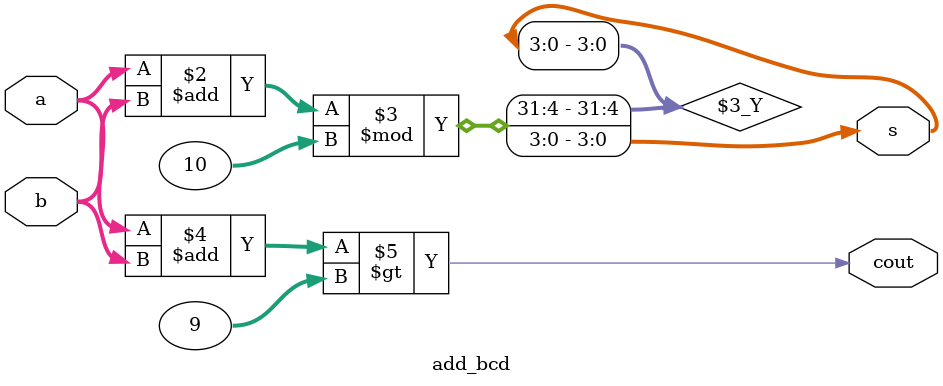
<source format=v>
module add_bcd(
input [3:0] a,
input [3:0] b,
output reg cout,
output reg[3:0] s
);

always @(*)
	begin
		s <= (a + b) % 10;
		cout <= (a + b > 9);
	end
endmodule
</source>
